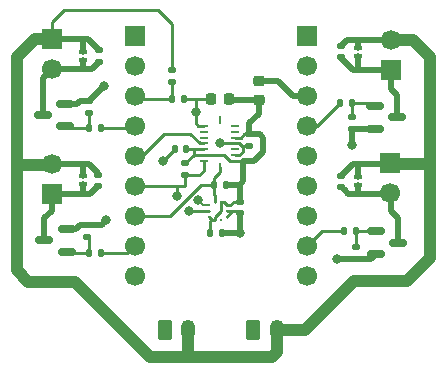
<source format=gbr>
%TF.GenerationSoftware,KiCad,Pcbnew,9.0.4*%
%TF.CreationDate,2025-10-07T14:12:27+03:00*%
%TF.ProjectId,XIaoShield,5849616f-5368-4696-956c-642e6b696361,rev?*%
%TF.SameCoordinates,Original*%
%TF.FileFunction,Copper,L1,Top*%
%TF.FilePolarity,Positive*%
%FSLAX46Y46*%
G04 Gerber Fmt 4.6, Leading zero omitted, Abs format (unit mm)*
G04 Created by KiCad (PCBNEW 9.0.4) date 2025-10-07 14:12:27*
%MOMM*%
%LPD*%
G01*
G04 APERTURE LIST*
G04 Aperture macros list*
%AMRoundRect*
0 Rectangle with rounded corners*
0 $1 Rounding radius*
0 $2 $3 $4 $5 $6 $7 $8 $9 X,Y pos of 4 corners*
0 Add a 4 corners polygon primitive as box body*
4,1,4,$2,$3,$4,$5,$6,$7,$8,$9,$2,$3,0*
0 Add four circle primitives for the rounded corners*
1,1,$1+$1,$2,$3*
1,1,$1+$1,$4,$5*
1,1,$1+$1,$6,$7*
1,1,$1+$1,$8,$9*
0 Add four rect primitives between the rounded corners*
20,1,$1+$1,$2,$3,$4,$5,0*
20,1,$1+$1,$4,$5,$6,$7,0*
20,1,$1+$1,$6,$7,$8,$9,0*
20,1,$1+$1,$8,$9,$2,$3,0*%
G04 Aperture macros list end*
%TA.AperFunction,SMDPad,CuDef*%
%ADD10RoundRect,0.140000X-0.140000X-0.170000X0.140000X-0.170000X0.140000X0.170000X-0.140000X0.170000X0*%
%TD*%
%TA.AperFunction,SMDPad,CuDef*%
%ADD11RoundRect,0.050000X-0.300000X0.150000X-0.300000X-0.150000X0.300000X-0.150000X0.300000X0.150000X0*%
%TD*%
%TA.AperFunction,SMDPad,CuDef*%
%ADD12RoundRect,0.140000X-0.170000X0.140000X-0.170000X-0.140000X0.170000X-0.140000X0.170000X0.140000X0*%
%TD*%
%TA.AperFunction,SMDPad,CuDef*%
%ADD13RoundRect,0.135000X0.185000X-0.135000X0.185000X0.135000X-0.185000X0.135000X-0.185000X-0.135000X0*%
%TD*%
%TA.AperFunction,ComponentPad*%
%ADD14R,1.700000X1.700000*%
%TD*%
%TA.AperFunction,ComponentPad*%
%ADD15C,1.700000*%
%TD*%
%TA.AperFunction,SMDPad,CuDef*%
%ADD16RoundRect,0.218750X-0.256250X0.218750X-0.256250X-0.218750X0.256250X-0.218750X0.256250X0.218750X0*%
%TD*%
%TA.AperFunction,SMDPad,CuDef*%
%ADD17RoundRect,0.140000X0.140000X0.170000X-0.140000X0.170000X-0.140000X-0.170000X0.140000X-0.170000X0*%
%TD*%
%TA.AperFunction,SMDPad,CuDef*%
%ADD18RoundRect,0.135000X-0.135000X-0.185000X0.135000X-0.185000X0.135000X0.185000X-0.135000X0.185000X0*%
%TD*%
%TA.AperFunction,SMDPad,CuDef*%
%ADD19RoundRect,0.150000X-0.587500X-0.150000X0.587500X-0.150000X0.587500X0.150000X-0.587500X0.150000X0*%
%TD*%
%TA.AperFunction,ComponentPad*%
%ADD20RoundRect,0.250000X-0.350000X-0.625000X0.350000X-0.625000X0.350000X0.625000X-0.350000X0.625000X0*%
%TD*%
%TA.AperFunction,ComponentPad*%
%ADD21O,1.200000X1.750000*%
%TD*%
%TA.AperFunction,SMDPad,CuDef*%
%ADD22RoundRect,0.050000X-0.287500X-0.075000X0.287500X-0.075000X0.287500X0.075000X-0.287500X0.075000X0*%
%TD*%
%TA.AperFunction,SMDPad,CuDef*%
%ADD23RoundRect,0.050000X0.075000X-0.287500X0.075000X0.287500X-0.075000X0.287500X-0.075000X-0.287500X0*%
%TD*%
%TA.AperFunction,SMDPad,CuDef*%
%ADD24RoundRect,0.135000X-0.185000X0.135000X-0.185000X-0.135000X0.185000X-0.135000X0.185000X0.135000X0*%
%TD*%
%TA.AperFunction,SMDPad,CuDef*%
%ADD25RoundRect,0.135000X0.135000X0.185000X-0.135000X0.185000X-0.135000X-0.185000X0.135000X-0.185000X0*%
%TD*%
%TA.AperFunction,SMDPad,CuDef*%
%ADD26RoundRect,0.150000X0.587500X0.150000X-0.587500X0.150000X-0.587500X-0.150000X0.587500X-0.150000X0*%
%TD*%
%TA.AperFunction,SMDPad,CuDef*%
%ADD27RoundRect,0.225000X0.225000X0.250000X-0.225000X0.250000X-0.225000X-0.250000X0.225000X-0.250000X0*%
%TD*%
%TA.AperFunction,SMDPad,CuDef*%
%ADD28R,0.250000X0.275000*%
%TD*%
%TA.AperFunction,SMDPad,CuDef*%
%ADD29R,0.275000X0.250000*%
%TD*%
%TA.AperFunction,ViaPad*%
%ADD30C,0.800000*%
%TD*%
%TA.AperFunction,Conductor*%
%ADD31C,0.500000*%
%TD*%
%TA.AperFunction,Conductor*%
%ADD32C,0.250000*%
%TD*%
%TA.AperFunction,Conductor*%
%ADD33C,0.200000*%
%TD*%
%TA.AperFunction,Conductor*%
%ADD34C,1.000000*%
%TD*%
G04 APERTURE END LIST*
D10*
%TO.P,C3,1*%
%TO.N,VCCA*%
X167420000Y-73900000D03*
%TO.P,C3,2*%
%TO.N,GND*%
X168380000Y-73900000D03*
%TD*%
D11*
%TO.P,D3,1,K*%
%TO.N,VBAT*%
X156600000Y-69050000D03*
%TO.P,D3,2,A*%
%TO.N,Net-(D3-A)*%
X156600000Y-69750000D03*
%TD*%
D12*
%TO.P,C7,1*%
%TO.N,VBAT*%
X157900000Y-68940000D03*
%TO.P,C7,2*%
%TO.N,Net-(D3-A)*%
X157900000Y-69900000D03*
%TD*%
D13*
%TO.P,R10,1*%
%TO.N,IMU_SDA*%
X165300000Y-69010000D03*
%TO.P,R10,2*%
%TO.N,VCCA*%
X165300000Y-67990000D03*
%TD*%
D14*
%TO.P,J6,1,Pin_1*%
%TO.N,VBAT*%
X182660000Y-67920000D03*
D15*
%TO.P,J6,2,Pin_2*%
%TO.N,Net-(D4-A)*%
X182660000Y-70460000D03*
%TD*%
D16*
%TO.P,FB1,1*%
%TO.N,VCC*%
X171500000Y-61025000D03*
%TO.P,FB1,2*%
%TO.N,VCCA*%
X171500000Y-62600000D03*
%TD*%
D17*
%TO.P,C4,1*%
%TO.N,VCCA*%
X165380000Y-66800000D03*
%TO.P,C4,2*%
%TO.N,GND*%
X164420000Y-66800000D03*
%TD*%
D18*
%TO.P,R9,1*%
%TO.N,IMU_SCL*%
X167700000Y-69800000D03*
%TO.P,R9,2*%
%TO.N,VCCA*%
X168720000Y-69800000D03*
%TD*%
D11*
%TO.P,D1,1,K*%
%TO.N,VBAT*%
X179900000Y-58200000D03*
%TO.P,D1,2,A*%
%TO.N,Net-(D1-A)*%
X179900000Y-58900000D03*
%TD*%
D13*
%TO.P,R12,1*%
%TO.N,GND*%
X179700000Y-76100000D03*
%TO.P,R12,2*%
%TO.N,Net-(Q4-G)*%
X179700000Y-75080000D03*
%TD*%
D19*
%TO.P,Q4,1,G*%
%TO.N,Net-(Q4-G)*%
X181462500Y-73750000D03*
%TO.P,Q4,2,S*%
%TO.N,GND*%
X181462500Y-75650000D03*
%TO.P,Q4,3,D*%
%TO.N,Net-(D4-A)*%
X183337500Y-74700000D03*
%TD*%
D12*
%TO.P,C6,1*%
%TO.N,VBAT*%
X158020000Y-58420000D03*
%TO.P,C6,2*%
%TO.N,Net-(D2-A)*%
X158020000Y-59380000D03*
%TD*%
D20*
%TO.P,J7,1,Pin_1*%
%TO.N,GND*%
X163530000Y-82080000D03*
D21*
%TO.P,J7,2,Pin_2*%
%TO.N,VBAT*%
X165530000Y-82080000D03*
%TD*%
D14*
%TO.P,J8,1,Pin_1*%
%TO.N,unconnected-(J8-Pin_1-Pad1)*%
X161000000Y-57200000D03*
D15*
%TO.P,J8,2,Pin_2*%
%TO.N,unconnected-(J8-Pin_2-Pad2)*%
X161000000Y-59740000D03*
%TO.P,J8,3,Pin_3*%
%TO.N,/BAT_V*%
X161000000Y-62280000D03*
%TO.P,J8,4,Pin_4*%
%TO.N,/M2*%
X161000000Y-64820000D03*
%TO.P,J8,5,Pin_5*%
%TO.N,INT_GYR*%
X161000000Y-67360000D03*
%TO.P,J8,6,Pin_6*%
%TO.N,IMU_SDA*%
X161000000Y-69900000D03*
%TO.P,J8,7,Pin_7*%
%TO.N,IMU_SCL*%
X161000000Y-72440000D03*
%TO.P,J8,8,Pin_8*%
%TO.N,/M3*%
X161000000Y-74980000D03*
%TO.P,J8,9,Pin_9*%
%TO.N,unconnected-(J8-Pin_9-Pad9)*%
X161000000Y-77520000D03*
%TD*%
D22*
%TO.P,U1,1,INT2*%
%TO.N,unconnected-(U1-INT2-Pad1)*%
X169474000Y-64800000D03*
%TO.P,U1,2,NC*%
%TO.N,unconnected-(U1-NC-Pad2)*%
X169474000Y-65300000D03*
%TO.P,U1,3,VDD*%
%TO.N,VCCA*%
X169474000Y-65800000D03*
%TO.P,U1,4,GND_IO*%
%TO.N,GND*%
X169474000Y-66300000D03*
%TO.P,U1,5,CS_GYR*%
%TO.N,unconnected-(U1-CS_GYR-Pad5)*%
X169474000Y-66800000D03*
%TO.P,U1,6,GND*%
%TO.N,GND*%
X169474000Y-67300000D03*
%TO.P,U1,7,PS*%
%TO.N,VCCA*%
X169474000Y-67800000D03*
D23*
%TO.P,U1,8,SCL/SCK*%
%TO.N,IMU_SCL*%
X168212000Y-68262000D03*
D22*
%TO.P,U1,9,SDA/SDI*%
%TO.N,IMU_SDA*%
X166900000Y-67800000D03*
%TO.P,U1,10,SDO2*%
%TO.N,VCCA*%
X166900000Y-67300000D03*
%TO.P,U1,11,VDD_IO*%
X166900000Y-66800000D03*
%TO.P,U1,12,INT3*%
%TO.N,INT_GYR*%
X166900000Y-66300000D03*
%TO.P,U1,13,INT4*%
%TO.N,unconnected-(U1-INT4-Pad13)*%
X166900000Y-65800000D03*
%TO.P,U1,14,CS_ACC*%
%TO.N,unconnected-(U1-CS_ACC-Pad14)*%
X166900000Y-65300000D03*
%TO.P,U1,15,SDO1*%
%TO.N,GND*%
X166900000Y-64800000D03*
D23*
%TO.P,U1,16,INT1*%
%TO.N,unconnected-(U1-INT1-Pad16)*%
X168212000Y-64282500D03*
%TD*%
D24*
%TO.P,R8,1*%
%TO.N,GND*%
X157000000Y-73190000D03*
%TO.P,R8,2*%
%TO.N,Net-(Q3-G)*%
X157000000Y-74210000D03*
%TD*%
D25*
%TO.P,R7,1*%
%TO.N,/M3*%
X158120000Y-75600000D03*
%TO.P,R7,2*%
%TO.N,Net-(Q3-G)*%
X157100000Y-75600000D03*
%TD*%
D14*
%TO.P,J5,1,Pin_1*%
%TO.N,unconnected-(J5-Pin_1-Pad1)*%
X175600000Y-57200000D03*
D15*
%TO.P,J5,2,Pin_2*%
%TO.N,GND*%
X175600000Y-59740000D03*
%TO.P,J5,3,Pin_3*%
%TO.N,VCC*%
X175600000Y-62280000D03*
%TO.P,J5,4,Pin_4*%
%TO.N,/M1*%
X175600000Y-64820000D03*
%TO.P,J5,5,Pin_5*%
%TO.N,unconnected-(J5-Pin_5-Pad5)*%
X175600000Y-67360000D03*
%TO.P,J5,6,Pin_6*%
%TO.N,unconnected-(J5-Pin_6-Pad6)*%
X175600000Y-69900000D03*
%TO.P,J5,7,Pin_7*%
%TO.N,unconnected-(J5-Pin_7-Pad7)*%
X175600000Y-72440000D03*
%TO.P,J5,8,Pin_8*%
%TO.N,/M4*%
X175600000Y-74980000D03*
%TO.P,J5,9,Pin_9*%
%TO.N,unconnected-(J5-Pin_9-Pad9)*%
X175600000Y-77520000D03*
%TD*%
D25*
%TO.P,R3,1*%
%TO.N,/M2*%
X158120000Y-65010000D03*
%TO.P,R3,2*%
%TO.N,Net-(Q2-G)*%
X157100000Y-65010000D03*
%TD*%
D14*
%TO.P,J4,1,Pin_1*%
%TO.N,Net-(D3-A)*%
X154000000Y-70540000D03*
D15*
%TO.P,J4,2,Pin_2*%
%TO.N,VBAT*%
X154000000Y-68000000D03*
%TD*%
D18*
%TO.P,R11,1*%
%TO.N,/M4*%
X178690000Y-73700000D03*
%TO.P,R11,2*%
%TO.N,Net-(Q4-G)*%
X179710000Y-73700000D03*
%TD*%
D26*
%TO.P,Q3,1,G*%
%TO.N,Net-(Q3-G)*%
X155237500Y-75450000D03*
%TO.P,Q3,2,S*%
%TO.N,GND*%
X155237500Y-73550000D03*
%TO.P,Q3,3,D*%
%TO.N,Net-(D3-A)*%
X153362500Y-74500000D03*
%TD*%
D18*
%TO.P,R1,1*%
%TO.N,/M1*%
X178390000Y-62890000D03*
%TO.P,R1,2*%
%TO.N,Net-(Q1-G)*%
X179410000Y-62890000D03*
%TD*%
D12*
%TO.P,C2,1*%
%TO.N,VBAT*%
X178500000Y-58040000D03*
%TO.P,C2,2*%
%TO.N,Net-(D1-A)*%
X178500000Y-59000000D03*
%TD*%
D14*
%TO.P,J3,1,Pin_1*%
%TO.N,VBAT*%
X154000000Y-57460000D03*
D15*
%TO.P,J3,2,Pin_2*%
%TO.N,Net-(D2-A)*%
X154000000Y-60000000D03*
%TD*%
D12*
%TO.P,C9,1*%
%TO.N,VBAT*%
X178500000Y-69020000D03*
%TO.P,C9,2*%
%TO.N,Net-(D4-A)*%
X178500000Y-69980000D03*
%TD*%
D11*
%TO.P,D4,1,K*%
%TO.N,VBAT*%
X179900000Y-69100000D03*
%TO.P,D4,2,A*%
%TO.N,Net-(D4-A)*%
X179900000Y-69800000D03*
%TD*%
D14*
%TO.P,J1,1,Pin_1*%
%TO.N,Net-(D1-A)*%
X182680000Y-60070000D03*
D15*
%TO.P,J1,2,Pin_2*%
%TO.N,VBAT*%
X182680000Y-57530000D03*
%TD*%
D27*
%TO.P,C8,1*%
%TO.N,VCCA*%
X168975000Y-62500000D03*
%TO.P,C8,2*%
%TO.N,GND*%
X167425000Y-62500000D03*
%TD*%
D20*
%TO.P,J2,1,Pin_1*%
%TO.N,GND*%
X171060000Y-82060000D03*
D21*
%TO.P,J2,2,Pin_2*%
%TO.N,VBAT*%
X173060000Y-82060000D03*
%TD*%
D13*
%TO.P,R2,1*%
%TO.N,GND*%
X179400000Y-65100000D03*
%TO.P,R2,2*%
%TO.N,Net-(Q1-G)*%
X179400000Y-64080000D03*
%TD*%
D24*
%TO.P,R5,1*%
%TO.N,VBAT*%
X164200000Y-60080000D03*
%TO.P,R5,2*%
%TO.N,/BAT_V*%
X164200000Y-61100000D03*
%TD*%
%TO.P,R4,1*%
%TO.N,GND*%
X157100000Y-62700000D03*
%TO.P,R4,2*%
%TO.N,Net-(Q2-G)*%
X157100000Y-63720000D03*
%TD*%
D12*
%TO.P,C5,1*%
%TO.N,VCCA*%
X169900000Y-71220000D03*
%TO.P,C5,2*%
%TO.N,GND*%
X169900000Y-72180000D03*
%TD*%
D26*
%TO.P,Q2,1,G*%
%TO.N,Net-(Q2-G)*%
X155137500Y-64850000D03*
%TO.P,Q2,2,S*%
%TO.N,GND*%
X155137500Y-62950000D03*
%TO.P,Q2,3,D*%
%TO.N,Net-(D2-A)*%
X153262500Y-63900000D03*
%TD*%
D12*
%TO.P,C1,1*%
%TO.N,VCCA*%
X170712000Y-65520000D03*
%TO.P,C1,2*%
%TO.N,GND*%
X170712000Y-66480000D03*
%TD*%
D19*
%TO.P,Q1,1,G*%
%TO.N,Net-(Q1-G)*%
X181362500Y-63150000D03*
%TO.P,Q1,2,S*%
%TO.N,GND*%
X181362500Y-65050000D03*
%TO.P,Q1,3,D*%
%TO.N,Net-(D1-A)*%
X183237500Y-64100000D03*
%TD*%
D11*
%TO.P,D2,1,K*%
%TO.N,VBAT*%
X156600000Y-58550000D03*
%TO.P,D2,2,A*%
%TO.N,Net-(D2-A)*%
X156600000Y-59250000D03*
%TD*%
D28*
%TO.P,U2,1,VDDIO*%
%TO.N,VCCA*%
X168312500Y-71237500D03*
%TO.P,U2,2,SCK/SCL*%
%TO.N,IMU_SCL*%
X167812500Y-71237500D03*
D29*
%TO.P,U2,3,VSS*%
%TO.N,GND*%
X167300000Y-71500000D03*
%TO.P,U2,4,SDI/SDA*%
%TO.N,IMU_SDA*%
X167300000Y-72000000D03*
%TO.P,U2,5,SDO/A0*%
%TO.N,VCCA*%
X167300000Y-72500000D03*
D28*
%TO.P,U2,6,CSB*%
X167812500Y-72762500D03*
%TO.P,U2,7,INT*%
%TO.N,unconnected-(U2-INT-Pad7)*%
X168312500Y-72762500D03*
D29*
%TO.P,U2,8,VSS*%
%TO.N,GND*%
X168825000Y-72500000D03*
%TO.P,U2,9,VSS*%
X168825000Y-72000000D03*
%TO.P,U2,10,VDD*%
%TO.N,VCCA*%
X168825000Y-71500000D03*
%TD*%
D18*
%TO.P,R6,1*%
%TO.N,/BAT_V*%
X164180000Y-62500000D03*
%TO.P,R6,2*%
%TO.N,GND*%
X165200000Y-62500000D03*
%TD*%
D30*
%TO.N,GND*%
X179400000Y-66400000D03*
X158600000Y-72800000D03*
X163400000Y-67800000D03*
X166200000Y-63600000D03*
X168200000Y-66300000D03*
X158400000Y-61400000D03*
X169900000Y-73900000D03*
X166367653Y-71057653D03*
X178100000Y-76100000D03*
%TO.N,IMU_SDA*%
X165612653Y-72000000D03*
X164587347Y-70787347D03*
%TD*%
D31*
%TO.N,VCCA*%
X171500000Y-62600000D02*
X171500000Y-63800000D01*
D32*
X169100000Y-71500000D02*
X169380000Y-71220000D01*
X165990000Y-67300000D02*
X165300000Y-67990000D01*
X168312500Y-71237500D02*
X168562500Y-71237500D01*
D31*
X169900000Y-69800000D02*
X168720000Y-69800000D01*
D32*
X167812500Y-72487500D02*
X168312500Y-71987500D01*
X169380000Y-71220000D02*
X169900000Y-71220000D01*
X168578370Y-67300000D02*
X169078370Y-67800000D01*
X167420000Y-72905000D02*
X167562500Y-72762500D01*
D31*
X171900000Y-67000000D02*
X171100000Y-67800000D01*
X170200000Y-67800000D02*
X170200000Y-69500000D01*
D32*
X167812500Y-72762500D02*
X167812500Y-72487500D01*
X166900000Y-66800000D02*
X166000000Y-66800000D01*
D31*
X169075000Y-62600000D02*
X168975000Y-62500000D01*
X170712000Y-64588000D02*
X170712000Y-65520000D01*
D32*
X165990000Y-66810000D02*
X166000000Y-66800000D01*
D31*
X171100000Y-67800000D02*
X170200000Y-67800000D01*
D32*
X166900000Y-67300000D02*
X165990000Y-67300000D01*
D31*
X171620000Y-65520000D02*
X171900000Y-65800000D01*
D32*
X165990000Y-67300000D02*
X165990000Y-66810000D01*
X170280000Y-65520000D02*
X170712000Y-65520000D01*
X167420000Y-73900000D02*
X167420000Y-72905000D01*
X166900000Y-67300000D02*
X168578370Y-67300000D01*
X167562500Y-72762500D02*
X167300000Y-72500000D01*
D31*
X171500000Y-63800000D02*
X170712000Y-64588000D01*
D32*
X168825000Y-71500000D02*
X169100000Y-71500000D01*
X169474000Y-67800000D02*
X170200000Y-67800000D01*
X166000000Y-66800000D02*
X165380000Y-66800000D01*
X170000000Y-65800000D02*
X170280000Y-65520000D01*
X169474000Y-65800000D02*
X170000000Y-65800000D01*
D31*
X171500000Y-62600000D02*
X169075000Y-62600000D01*
X169900000Y-69800000D02*
X169900000Y-71220000D01*
X171900000Y-65800000D02*
X171900000Y-67000000D01*
D32*
X168312500Y-71987500D02*
X168312500Y-71237500D01*
D31*
X170200000Y-69500000D02*
X169900000Y-69800000D01*
X170712000Y-65520000D02*
X171620000Y-65520000D01*
D32*
X168562500Y-71237500D02*
X168825000Y-71500000D01*
X167812500Y-72762500D02*
X167562500Y-72762500D01*
X169078370Y-67800000D02*
X169474000Y-67800000D01*
%TO.N,GND*%
X166900000Y-64800000D02*
X166400000Y-64800000D01*
D31*
X181462500Y-75650000D02*
X181012500Y-76100000D01*
D32*
X170049630Y-66480000D02*
X169869630Y-66300000D01*
X169300000Y-72000000D02*
X169720000Y-72000000D01*
D31*
X156150000Y-62950000D02*
X155137500Y-62950000D01*
X181312500Y-65100000D02*
X181362500Y-65050000D01*
D32*
X170137500Y-67032130D02*
X170137500Y-66567870D01*
X169869630Y-67300000D02*
X170137500Y-67032130D01*
D31*
X181012500Y-76100000D02*
X179700000Y-76100000D01*
D32*
X170712000Y-66480000D02*
X170049630Y-66480000D01*
X168825000Y-72500000D02*
X168825000Y-72475000D01*
X166200000Y-64600000D02*
X166200000Y-63600000D01*
X168825000Y-72475000D02*
X169300000Y-72000000D01*
X169720000Y-72000000D02*
X169900000Y-72180000D01*
D33*
X167300000Y-71500000D02*
X167300000Y-71470000D01*
D31*
X156400000Y-62700000D02*
X156150000Y-62950000D01*
X179700000Y-76100000D02*
X178100000Y-76100000D01*
D32*
X169474000Y-66300000D02*
X168200000Y-66300000D01*
D31*
X156050000Y-73550000D02*
X156410000Y-73190000D01*
D32*
X164420000Y-66800000D02*
X164400000Y-66800000D01*
D31*
X157100000Y-62700000D02*
X156400000Y-62700000D01*
D32*
X169474000Y-67300000D02*
X169869630Y-67300000D01*
X166200000Y-62500000D02*
X166200000Y-63600000D01*
X170137500Y-66567870D02*
X170049630Y-66480000D01*
D33*
X167300000Y-71500000D02*
X166810000Y-71500000D01*
D32*
X166400000Y-64800000D02*
X166200000Y-64600000D01*
D31*
X157000000Y-73190000D02*
X158210000Y-73190000D01*
D32*
X169869630Y-66300000D02*
X169474000Y-66300000D01*
X165200000Y-62500000D02*
X166200000Y-62500000D01*
X168825000Y-72000000D02*
X169300000Y-72000000D01*
D33*
X166810000Y-71500000D02*
X166367653Y-71057653D01*
D32*
X166200000Y-62500000D02*
X167425000Y-62500000D01*
D31*
X156410000Y-73190000D02*
X157000000Y-73190000D01*
X169900000Y-72180000D02*
X169900000Y-73900000D01*
D32*
X164400000Y-66800000D02*
X163400000Y-67800000D01*
D31*
X158210000Y-73190000D02*
X158600000Y-72800000D01*
X179400000Y-65100000D02*
X179400000Y-66400000D01*
X168380000Y-73900000D02*
X169900000Y-73900000D01*
X157100000Y-62700000D02*
X158400000Y-61400000D01*
X179400000Y-65100000D02*
X181312500Y-65100000D01*
X155237500Y-73550000D02*
X156050000Y-73550000D01*
%TO.N,Net-(D1-A)*%
X182700000Y-61700000D02*
X182700000Y-60100000D01*
X179900000Y-60000000D02*
X180000000Y-60100000D01*
X178500000Y-59100000D02*
X179500000Y-60100000D01*
X179900000Y-58900000D02*
X179900000Y-60000000D01*
X183237500Y-64100000D02*
X183237500Y-62237500D01*
X178500000Y-59000000D02*
X178500000Y-59100000D01*
X183237500Y-62237500D02*
X182700000Y-61700000D01*
X179500000Y-60100000D02*
X180000000Y-60100000D01*
X180000000Y-60100000D02*
X182700000Y-60100000D01*
%TO.N,VBAT*%
X157100000Y-68000000D02*
X156600000Y-68000000D01*
X179900000Y-58200000D02*
X179900000Y-57560000D01*
D32*
X163000000Y-55000000D02*
X155000000Y-55000000D01*
D34*
X184560000Y-57560000D02*
X182700000Y-57560000D01*
D31*
X156600000Y-58550000D02*
X156600000Y-57460000D01*
X158020000Y-58420000D02*
X158020000Y-58417435D01*
D34*
X186000000Y-76000000D02*
X186000000Y-68000000D01*
D32*
X155000000Y-55000000D02*
X154000000Y-56000000D01*
D31*
X178980000Y-57560000D02*
X178500000Y-58040000D01*
X178500000Y-69020000D02*
X179250000Y-68270000D01*
D34*
X151000000Y-68000000D02*
X151130000Y-68130000D01*
X186000000Y-59000000D02*
X184560000Y-57560000D01*
D31*
X179900000Y-68010000D02*
X179890000Y-68000000D01*
X179250000Y-68270000D02*
X179250000Y-68260000D01*
D34*
X172595000Y-84400000D02*
X173060000Y-83935000D01*
D31*
X179900000Y-57560000D02*
X178980000Y-57560000D01*
D34*
X175380000Y-82060000D02*
X175400000Y-82080000D01*
D31*
X157900000Y-68800000D02*
X157100000Y-68000000D01*
X179510000Y-68000000D02*
X179250000Y-68260000D01*
D34*
X165530000Y-84280000D02*
X165650000Y-84400000D01*
X165530000Y-82080000D02*
X165530000Y-84280000D01*
D32*
X154000000Y-56000000D02*
X154000000Y-57460000D01*
D34*
X151130000Y-68130000D02*
X153870000Y-68130000D01*
D31*
X182700000Y-57560000D02*
X179900000Y-57560000D01*
D34*
X151000000Y-77000000D02*
X152000000Y-78000000D01*
X151000000Y-59000000D02*
X152540000Y-57460000D01*
X186000000Y-68000000D02*
X186000000Y-59000000D01*
X151000000Y-68000000D02*
X151000000Y-59000000D01*
X155920000Y-78000000D02*
X162320000Y-84400000D01*
D31*
X182700000Y-68000000D02*
X179890000Y-68000000D01*
X158020000Y-58417435D02*
X157062565Y-57460000D01*
X156600000Y-57460000D02*
X154000000Y-57460000D01*
D34*
X173060000Y-82060000D02*
X175380000Y-82060000D01*
X153870000Y-68130000D02*
X154000000Y-68000000D01*
X186000000Y-68000000D02*
X182700000Y-68000000D01*
X184070000Y-77930000D02*
X186000000Y-76000000D01*
D31*
X179890000Y-68000000D02*
X179510000Y-68000000D01*
D34*
X165650000Y-84400000D02*
X172595000Y-84400000D01*
X152000000Y-78000000D02*
X155920000Y-78000000D01*
X179550000Y-77930000D02*
X184070000Y-77930000D01*
X175400000Y-82080000D02*
X179550000Y-77930000D01*
D31*
X179900000Y-69100000D02*
X179900000Y-68010000D01*
X156600000Y-69050000D02*
X156600000Y-68000000D01*
D34*
X162320000Y-84400000D02*
X165650000Y-84400000D01*
D32*
X164200000Y-60080000D02*
X164200000Y-56200000D01*
D31*
X157062565Y-57460000D02*
X156600000Y-57460000D01*
X156600000Y-68000000D02*
X154000000Y-68000000D01*
D32*
X164200000Y-56200000D02*
X163000000Y-55000000D01*
D34*
X152540000Y-57460000D02*
X154000000Y-57460000D01*
X173060000Y-83935000D02*
X173060000Y-82060000D01*
D31*
X157900000Y-68940000D02*
X157900000Y-68800000D01*
D34*
X151000000Y-68000000D02*
X151000000Y-77000000D01*
D31*
%TO.N,Net-(D2-A)*%
X154000000Y-60000000D02*
X156600000Y-60000000D01*
X156600000Y-60000000D02*
X157400000Y-60000000D01*
X153262500Y-60737500D02*
X153262500Y-63900000D01*
X156600000Y-59250000D02*
X156600000Y-60000000D01*
X157400000Y-60000000D02*
X158020000Y-59380000D01*
X154000000Y-60000000D02*
X153262500Y-60737500D01*
%TO.N,Net-(D3-A)*%
X157900000Y-69900000D02*
X157260000Y-70540000D01*
X153362500Y-72637500D02*
X153362500Y-74500000D01*
X157260000Y-70540000D02*
X156600000Y-70540000D01*
X156600000Y-69750000D02*
X156600000Y-70540000D01*
X156600000Y-70540000D02*
X154000000Y-70540000D01*
X154000000Y-70540000D02*
X154000000Y-72000000D01*
X154000000Y-72000000D02*
X153362500Y-72637500D01*
%TO.N,Net-(D4-A)*%
X179900000Y-70520000D02*
X179880000Y-70540000D01*
X178770000Y-70250000D02*
X178780000Y-70250000D01*
X183337500Y-74700000D02*
X183337500Y-72637500D01*
X179900000Y-69800000D02*
X179900000Y-70520000D01*
X179880000Y-70540000D02*
X182700000Y-70540000D01*
X182700000Y-72000000D02*
X182700000Y-70540000D01*
X178500000Y-69980000D02*
X178770000Y-70250000D01*
X179070000Y-70540000D02*
X179880000Y-70540000D01*
X178780000Y-70250000D02*
X179070000Y-70540000D01*
X183337500Y-72637500D02*
X182700000Y-72000000D01*
%TO.N,VCC*%
X173125000Y-61025000D02*
X174380000Y-62280000D01*
X171500000Y-61025000D02*
X173125000Y-61025000D01*
X174380000Y-62280000D02*
X175600000Y-62280000D01*
D32*
%TO.N,/M4*%
X178690000Y-73700000D02*
X176880000Y-73700000D01*
X176880000Y-73700000D02*
X175600000Y-74980000D01*
%TO.N,/M3*%
X158120000Y-75600000D02*
X160380000Y-75600000D01*
X160380000Y-75600000D02*
X161000000Y-74980000D01*
%TO.N,IMU_SDA*%
X165300000Y-69010000D02*
X166490000Y-69010000D01*
X164600000Y-69900000D02*
X165300000Y-69900000D01*
X165300000Y-69900000D02*
X165300000Y-69010000D01*
X166490000Y-69010000D02*
X166900000Y-68600000D01*
X165800000Y-72000000D02*
X167300000Y-72000000D01*
X164600000Y-69900000D02*
X164600000Y-70774694D01*
X161000000Y-69900000D02*
X164600000Y-69900000D01*
X164600000Y-70774694D02*
X164587347Y-70787347D01*
X165612653Y-71812653D02*
X165800000Y-72000000D01*
X166900000Y-68600000D02*
X166900000Y-67800000D01*
%TO.N,/M2*%
X158120000Y-65010000D02*
X160810000Y-65010000D01*
X160810000Y-65010000D02*
X161000000Y-64820000D01*
%TO.N,IMU_SCL*%
X161000000Y-72440000D02*
X163960000Y-72440000D01*
X163960000Y-72440000D02*
X166600000Y-69800000D01*
X168212000Y-68688000D02*
X167700000Y-69200000D01*
X167812500Y-70712500D02*
X167700000Y-70600000D01*
X167812500Y-71237500D02*
X167812500Y-70712500D01*
X168212000Y-68262000D02*
X168212000Y-68688000D01*
X167700000Y-69200000D02*
X167700000Y-69800000D01*
X167700000Y-70600000D02*
X167700000Y-69800000D01*
X166600000Y-69800000D02*
X167700000Y-69800000D01*
%TO.N,INT_GYR*%
X165700000Y-65500000D02*
X163500000Y-65500000D01*
X163500000Y-65500000D02*
X161640000Y-67360000D01*
X161640000Y-67360000D02*
X161000000Y-67360000D01*
X166900000Y-66300000D02*
X166500000Y-66300000D01*
X166500000Y-66300000D02*
X165700000Y-65500000D01*
%TO.N,/M1*%
X176480000Y-64820000D02*
X175600000Y-64820000D01*
X178390000Y-62910000D02*
X176480000Y-64820000D01*
X178390000Y-62890000D02*
X178390000Y-62910000D01*
%TO.N,Net-(Q1-G)*%
X179410000Y-62890000D02*
X179410000Y-64070000D01*
X179410000Y-62890000D02*
X181102500Y-62890000D01*
X179410000Y-64070000D02*
X179400000Y-64080000D01*
X181102500Y-62890000D02*
X181362500Y-63150000D01*
%TO.N,Net-(Q2-G)*%
X157100000Y-65010000D02*
X155297500Y-65010000D01*
X157100000Y-63720000D02*
X157100000Y-65010000D01*
X155297500Y-65010000D02*
X155137500Y-64850000D01*
%TO.N,Net-(Q3-G)*%
X157100000Y-75600000D02*
X157100000Y-74310000D01*
X157100000Y-75600000D02*
X155387500Y-75600000D01*
X155387500Y-75600000D02*
X155237500Y-75450000D01*
X157100000Y-74310000D02*
X157000000Y-74210000D01*
%TO.N,Net-(Q4-G)*%
X179710000Y-73700000D02*
X181412500Y-73700000D01*
X181412500Y-73700000D02*
X181462500Y-73750000D01*
X179700000Y-73710000D02*
X179710000Y-73700000D01*
X179700000Y-75080000D02*
X179700000Y-73710000D01*
%TO.N,/BAT_V*%
X164180000Y-62500000D02*
X161220000Y-62500000D01*
X164200000Y-62480000D02*
X164180000Y-62500000D01*
X161220000Y-62500000D02*
X161000000Y-62280000D01*
X164200000Y-61100000D02*
X164200000Y-62480000D01*
%TD*%
M02*

</source>
